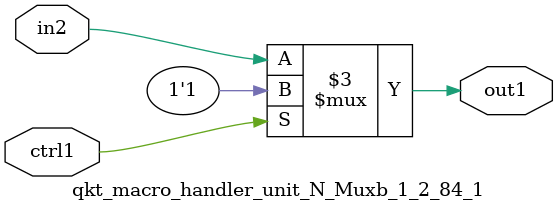
<source format=v>

`timescale 1ps / 1ps


module qkt_macro_handler_unit_N_Muxb_1_2_84_1( in2, ctrl1, out1 );

    input in2;
    input ctrl1;
    output out1;
    reg out1;

    
    // rtl_process:qkt_macro_handler_unit_N_Muxb_1_2_84_1/qkt_macro_handler_unit_N_Muxb_1_2_84_1_thread_1
    always @*
      begin : qkt_macro_handler_unit_N_Muxb_1_2_84_1_thread_1
        case (ctrl1) 
          1'b1: 
            begin
              out1 = 1'b1;
            end
          default: 
            begin
              out1 = in2;
            end
        endcase
      end

endmodule



</source>
